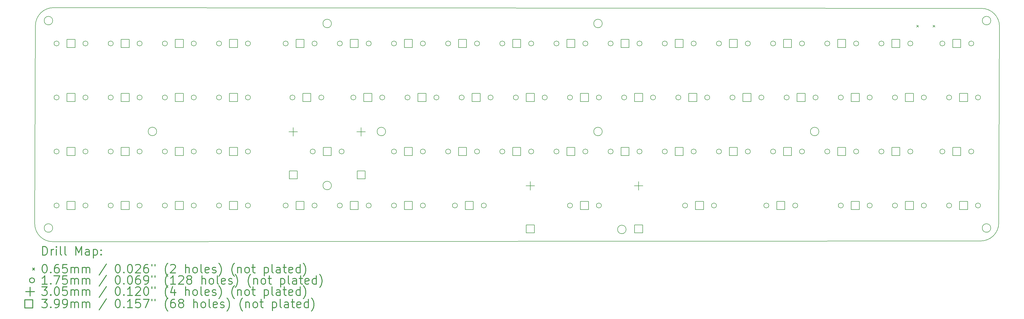
<source format=gbr>
%FSLAX45Y45*%
G04 Gerber Fmt 4.5, Leading zero omitted, Abs format (unit mm)*
G04 Created by KiCad (PCBNEW 5.0.2+dfsg1-1) date Mon 11 May 2020 02:21:16 AM PDT*
%MOMM*%
%LPD*%
G01*
G04 APERTURE LIST*
%ADD10C,0.200000*%
%ADD11C,0.150000*%
%ADD12C,0.300000*%
G04 APERTURE END LIST*
D10*
X7770000Y-12471400D02*
G75*
G03X7770000Y-12471400I-150000J0D01*
G01*
X17295000Y-10566400D02*
G75*
G03X17295000Y-10566400I-150000J0D01*
G01*
X17295000Y-6756400D02*
G75*
G03X17295000Y-6756400I-150000J0D01*
G01*
X1623200Y-10564000D02*
G75*
G03X1623200Y-10564000I-150000J0D01*
G01*
X9675000Y-10566400D02*
G75*
G03X9675000Y-10566400I-150000J0D01*
G01*
X24915000Y-10566400D02*
G75*
G03X24915000Y-10566400I-150000J0D01*
G01*
X7770000Y-6756400D02*
G75*
G03X7770000Y-6756400I-150000J0D01*
G01*
X18133200Y-14020800D02*
G75*
G03X18133200Y-14020800I-150000J0D01*
G01*
X-2034400Y-13970000D02*
G75*
G03X-2034400Y-13970000I-150000J0D01*
G01*
X30960200Y-13970000D02*
G75*
G03X30960200Y-13970000I-150000J0D01*
G01*
X-2034400Y-6654800D02*
G75*
G03X-2034400Y-6654800I-150000J0D01*
G01*
X30962600Y-6654800D02*
G75*
G03X30962600Y-6654800I-150000J0D01*
G01*
D11*
X-2032000Y-14452600D02*
G75*
G02X-2667000Y-13817600I0J635000D01*
G01*
X-2641600Y-6832600D02*
G75*
G02X-2006600Y-6197600I635000J0D01*
G01*
X30632400Y-6223000D02*
G75*
G02X31267400Y-6858000I0J-635000D01*
G01*
X31242000Y-13792200D02*
G75*
G02X30607000Y-14427200I-635000J0D01*
G01*
X-2032000Y-14452600D02*
X30607000Y-14427200D01*
X-2641600Y-6832600D02*
X-2667000Y-13817600D01*
X30632400Y-6223000D02*
X-2006600Y-6197600D01*
X31242000Y-13792200D02*
X31267400Y-6858000D01*
D10*
X28355100Y-6815500D02*
X28420100Y-6880500D01*
X28420100Y-6815500D02*
X28355100Y-6880500D01*
X28933100Y-6815500D02*
X28998100Y-6880500D01*
X28998100Y-6815500D02*
X28933100Y-6880500D01*
X21487000Y-7461250D02*
G75*
G03X21487000Y-7461250I-87500J0D01*
G01*
X22503000Y-7461250D02*
G75*
G03X22503000Y-7461250I-87500J0D01*
G01*
X17677000Y-7461250D02*
G75*
G03X17677000Y-7461250I-87500J0D01*
G01*
X18693000Y-7461250D02*
G75*
G03X18693000Y-7461250I-87500J0D01*
G01*
X-1811150Y-11271250D02*
G75*
G03X-1811150Y-11271250I-87500J0D01*
G01*
X-795150Y-11271250D02*
G75*
G03X-795150Y-11271250I-87500J0D01*
G01*
X29345125Y-11271250D02*
G75*
G03X29345125Y-11271250I-87500J0D01*
G01*
X30361125Y-11271250D02*
G75*
G03X30361125Y-11271250I-87500J0D01*
G01*
X16248250Y-9366250D02*
G75*
G03X16248250Y-9366250I-87500J0D01*
G01*
X17264250Y-9366250D02*
G75*
G03X17264250Y-9366250I-87500J0D01*
G01*
X25773250Y-9366250D02*
G75*
G03X25773250Y-9366250I-87500J0D01*
G01*
X26789250Y-9366250D02*
G75*
G03X26789250Y-9366250I-87500J0D01*
G01*
X19582000Y-11271250D02*
G75*
G03X19582000Y-11271250I-87500J0D01*
G01*
X20598000Y-11271250D02*
G75*
G03X20598000Y-11271250I-87500J0D01*
G01*
X3903850Y-9366250D02*
G75*
G03X3903850Y-9366250I-87500J0D01*
G01*
X4919850Y-9366250D02*
G75*
G03X4919850Y-9366250I-87500J0D01*
G01*
X25297000Y-11271250D02*
G75*
G03X25297000Y-11271250I-87500J0D01*
G01*
X26313000Y-11271250D02*
G75*
G03X26313000Y-11271250I-87500J0D01*
G01*
X27202000Y-11271250D02*
G75*
G03X27202000Y-11271250I-87500J0D01*
G01*
X28218000Y-11271250D02*
G75*
G03X28218000Y-11271250I-87500J0D01*
G01*
X-1811150Y-13176250D02*
G75*
G03X-1811150Y-13176250I-87500J0D01*
G01*
X-795150Y-13176250D02*
G75*
G03X-795150Y-13176250I-87500J0D01*
G01*
X23392000Y-11271250D02*
G75*
G03X23392000Y-11271250I-87500J0D01*
G01*
X24408000Y-11271250D02*
G75*
G03X24408000Y-11271250I-87500J0D01*
G01*
X1998850Y-7461250D02*
G75*
G03X1998850Y-7461250I-87500J0D01*
G01*
X3014850Y-7461250D02*
G75*
G03X3014850Y-7461250I-87500J0D01*
G01*
X17677000Y-11271250D02*
G75*
G03X17677000Y-11271250I-87500J0D01*
G01*
X18693000Y-11271250D02*
G75*
G03X18693000Y-11271250I-87500J0D01*
G01*
X12438250Y-9366250D02*
G75*
G03X12438250Y-9366250I-87500J0D01*
G01*
X13454250Y-9366250D02*
G75*
G03X13454250Y-9366250I-87500J0D01*
G01*
X15772000Y-11271250D02*
G75*
G03X15772000Y-11271250I-87500J0D01*
G01*
X16788000Y-11271250D02*
G75*
G03X16788000Y-11271250I-87500J0D01*
G01*
X6485125Y-9366250D02*
G75*
G03X6485125Y-9366250I-87500J0D01*
G01*
X7501125Y-9366250D02*
G75*
G03X7501125Y-9366250I-87500J0D01*
G01*
X10533250Y-9366250D02*
G75*
G03X10533250Y-9366250I-87500J0D01*
G01*
X11549250Y-9366250D02*
G75*
G03X11549250Y-9366250I-87500J0D01*
G01*
X15772000Y-7461250D02*
G75*
G03X15772000Y-7461250I-87500J0D01*
G01*
X16788000Y-7461250D02*
G75*
G03X16788000Y-7461250I-87500J0D01*
G01*
X93850Y-9366250D02*
G75*
G03X93850Y-9366250I-87500J0D01*
G01*
X1109850Y-9366250D02*
G75*
G03X1109850Y-9366250I-87500J0D01*
G01*
X20058250Y-9366250D02*
G75*
G03X20058250Y-9366250I-87500J0D01*
G01*
X21074250Y-9366250D02*
G75*
G03X21074250Y-9366250I-87500J0D01*
G01*
X20296375Y-13176250D02*
G75*
G03X20296375Y-13176250I-87500J0D01*
G01*
X21312375Y-13176250D02*
G75*
G03X21312375Y-13176250I-87500J0D01*
G01*
X13867000Y-7461250D02*
G75*
G03X13867000Y-7461250I-87500J0D01*
G01*
X14883000Y-7461250D02*
G75*
G03X14883000Y-7461250I-87500J0D01*
G01*
X93850Y-11271250D02*
G75*
G03X93850Y-11271250I-87500J0D01*
G01*
X1109850Y-11271250D02*
G75*
G03X1109850Y-11271250I-87500J0D01*
G01*
X7199500Y-11271250D02*
G75*
G03X7199500Y-11271250I-87500J0D01*
G01*
X8215500Y-11271250D02*
G75*
G03X8215500Y-11271250I-87500J0D01*
G01*
X27202000Y-7461250D02*
G75*
G03X27202000Y-7461250I-87500J0D01*
G01*
X28218000Y-7461250D02*
G75*
G03X28218000Y-7461250I-87500J0D01*
G01*
X29583250Y-13176250D02*
G75*
G03X29583250Y-13176250I-87500J0D01*
G01*
X30599250Y-13176250D02*
G75*
G03X30599250Y-13176250I-87500J0D01*
G01*
X27678250Y-13176250D02*
G75*
G03X27678250Y-13176250I-87500J0D01*
G01*
X28694250Y-13176250D02*
G75*
G03X28694250Y-13176250I-87500J0D01*
G01*
X8152000Y-13176250D02*
G75*
G03X8152000Y-13176250I-87500J0D01*
G01*
X9168000Y-13176250D02*
G75*
G03X9168000Y-13176250I-87500J0D01*
G01*
X1998850Y-13176250D02*
G75*
G03X1998850Y-13176250I-87500J0D01*
G01*
X3014850Y-13176250D02*
G75*
G03X3014850Y-13176250I-87500J0D01*
G01*
X1998850Y-11271250D02*
G75*
G03X1998850Y-11271250I-87500J0D01*
G01*
X3014850Y-11271250D02*
G75*
G03X3014850Y-11271250I-87500J0D01*
G01*
X1998850Y-9366250D02*
G75*
G03X1998850Y-9366250I-87500J0D01*
G01*
X3014850Y-9366250D02*
G75*
G03X3014850Y-9366250I-87500J0D01*
G01*
X11962000Y-7461250D02*
G75*
G03X11962000Y-7461250I-87500J0D01*
G01*
X12978000Y-7461250D02*
G75*
G03X12978000Y-7461250I-87500J0D01*
G01*
X12200125Y-13176250D02*
G75*
G03X12200125Y-13176250I-87500J0D01*
G01*
X13216125Y-13176250D02*
G75*
G03X13216125Y-13176250I-87500J0D01*
G01*
X13867000Y-11271250D02*
G75*
G03X13867000Y-11271250I-87500J0D01*
G01*
X14883000Y-11271250D02*
G75*
G03X14883000Y-11271250I-87500J0D01*
G01*
X14343250Y-9366250D02*
G75*
G03X14343250Y-9366250I-87500J0D01*
G01*
X15359250Y-9366250D02*
G75*
G03X15359250Y-9366250I-87500J0D01*
G01*
X23392000Y-7461250D02*
G75*
G03X23392000Y-7461250I-87500J0D01*
G01*
X24408000Y-7461250D02*
G75*
G03X24408000Y-7461250I-87500J0D01*
G01*
X3903850Y-13176250D02*
G75*
G03X3903850Y-13176250I-87500J0D01*
G01*
X4919850Y-13176250D02*
G75*
G03X4919850Y-13176250I-87500J0D01*
G01*
X3903850Y-11271250D02*
G75*
G03X3903850Y-11271250I-87500J0D01*
G01*
X4919850Y-11271250D02*
G75*
G03X4919850Y-11271250I-87500J0D01*
G01*
X25297000Y-7461250D02*
G75*
G03X25297000Y-7461250I-87500J0D01*
G01*
X26313000Y-7461250D02*
G75*
G03X26313000Y-7461250I-87500J0D01*
G01*
X8628250Y-9366250D02*
G75*
G03X8628250Y-9366250I-87500J0D01*
G01*
X9644250Y-9366250D02*
G75*
G03X9644250Y-9366250I-87500J0D01*
G01*
X8152000Y-7461250D02*
G75*
G03X8152000Y-7461250I-87500J0D01*
G01*
X9168000Y-7461250D02*
G75*
G03X9168000Y-7461250I-87500J0D01*
G01*
X29345125Y-7461250D02*
G75*
G03X29345125Y-7461250I-87500J0D01*
G01*
X30361125Y-7461250D02*
G75*
G03X30361125Y-7461250I-87500J0D01*
G01*
X6247000Y-13176250D02*
G75*
G03X6247000Y-13176250I-87500J0D01*
G01*
X7263000Y-13176250D02*
G75*
G03X7263000Y-13176250I-87500J0D01*
G01*
X29583250Y-9366250D02*
G75*
G03X29583250Y-9366250I-87500J0D01*
G01*
X30599250Y-9366250D02*
G75*
G03X30599250Y-9366250I-87500J0D01*
G01*
X6247000Y-7461250D02*
G75*
G03X6247000Y-7461250I-87500J0D01*
G01*
X7263000Y-7461250D02*
G75*
G03X7263000Y-7461250I-87500J0D01*
G01*
X18153250Y-9366250D02*
G75*
G03X18153250Y-9366250I-87500J0D01*
G01*
X19169250Y-9366250D02*
G75*
G03X19169250Y-9366250I-87500J0D01*
G01*
X10057000Y-11271250D02*
G75*
G03X10057000Y-11271250I-87500J0D01*
G01*
X11073000Y-11271250D02*
G75*
G03X11073000Y-11271250I-87500J0D01*
G01*
X11962000Y-11271250D02*
G75*
G03X11962000Y-11271250I-87500J0D01*
G01*
X12978000Y-11271250D02*
G75*
G03X12978000Y-11271250I-87500J0D01*
G01*
X-1811150Y-9366250D02*
G75*
G03X-1811150Y-9366250I-87500J0D01*
G01*
X-795150Y-9366250D02*
G75*
G03X-795150Y-9366250I-87500J0D01*
G01*
X16248250Y-13176250D02*
G75*
G03X16248250Y-13176250I-87500J0D01*
G01*
X17264250Y-13176250D02*
G75*
G03X17264250Y-13176250I-87500J0D01*
G01*
X19582000Y-7461250D02*
G75*
G03X19582000Y-7461250I-87500J0D01*
G01*
X20598000Y-7461250D02*
G75*
G03X20598000Y-7461250I-87500J0D01*
G01*
X21963250Y-9366250D02*
G75*
G03X21963250Y-9366250I-87500J0D01*
G01*
X22979250Y-9366250D02*
G75*
G03X22979250Y-9366250I-87500J0D01*
G01*
X10057000Y-7461250D02*
G75*
G03X10057000Y-7461250I-87500J0D01*
G01*
X11073000Y-7461250D02*
G75*
G03X11073000Y-7461250I-87500J0D01*
G01*
X23868250Y-9366250D02*
G75*
G03X23868250Y-9366250I-87500J0D01*
G01*
X24884250Y-9366250D02*
G75*
G03X24884250Y-9366250I-87500J0D01*
G01*
X27678250Y-9366250D02*
G75*
G03X27678250Y-9366250I-87500J0D01*
G01*
X28694250Y-9366250D02*
G75*
G03X28694250Y-9366250I-87500J0D01*
G01*
X25773250Y-13176250D02*
G75*
G03X25773250Y-13176250I-87500J0D01*
G01*
X26789250Y-13176250D02*
G75*
G03X26789250Y-13176250I-87500J0D01*
G01*
X93850Y-7461250D02*
G75*
G03X93850Y-7461250I-87500J0D01*
G01*
X1109850Y-7461250D02*
G75*
G03X1109850Y-7461250I-87500J0D01*
G01*
X93850Y-13176250D02*
G75*
G03X93850Y-13176250I-87500J0D01*
G01*
X1109850Y-13176250D02*
G75*
G03X1109850Y-13176250I-87500J0D01*
G01*
X10057000Y-13176250D02*
G75*
G03X10057000Y-13176250I-87500J0D01*
G01*
X11073000Y-13176250D02*
G75*
G03X11073000Y-13176250I-87500J0D01*
G01*
X3903850Y-7461250D02*
G75*
G03X3903850Y-7461250I-87500J0D01*
G01*
X4919850Y-7461250D02*
G75*
G03X4919850Y-7461250I-87500J0D01*
G01*
X23153875Y-13176250D02*
G75*
G03X23153875Y-13176250I-87500J0D01*
G01*
X24169875Y-13176250D02*
G75*
G03X24169875Y-13176250I-87500J0D01*
G01*
X-1811150Y-7461250D02*
G75*
G03X-1811150Y-7461250I-87500J0D01*
G01*
X-795150Y-7461250D02*
G75*
G03X-795150Y-7461250I-87500J0D01*
G01*
X21487000Y-11271250D02*
G75*
G03X21487000Y-11271250I-87500J0D01*
G01*
X22503000Y-11271250D02*
G75*
G03X22503000Y-11271250I-87500J0D01*
G01*
X6426200Y-10420350D02*
X6426200Y-10725150D01*
X6273800Y-10572750D02*
X6578600Y-10572750D01*
X8813800Y-10420350D02*
X8813800Y-10725150D01*
X8661400Y-10572750D02*
X8966200Y-10572750D01*
X14763750Y-12325350D02*
X14763750Y-12630150D01*
X14611350Y-12477750D02*
X14916150Y-12477750D01*
X18573750Y-12325350D02*
X18573750Y-12630150D01*
X18421350Y-12477750D02*
X18726150Y-12477750D01*
X7046616Y-9507241D02*
X7046616Y-9225259D01*
X6764634Y-9225259D01*
X6764634Y-9507241D01*
X7046616Y-9507241D01*
X11094741Y-9507241D02*
X11094741Y-9225259D01*
X10812759Y-9225259D01*
X10812759Y-9507241D01*
X11094741Y-9507241D01*
X16333491Y-7602241D02*
X16333491Y-7320259D01*
X16051509Y-7320259D01*
X16051509Y-7602241D01*
X16333491Y-7602241D01*
X655341Y-9507241D02*
X655341Y-9225259D01*
X373359Y-9225259D01*
X373359Y-9507241D01*
X655341Y-9507241D01*
X20619741Y-9507241D02*
X20619741Y-9225259D01*
X20337759Y-9225259D01*
X20337759Y-9507241D01*
X20619741Y-9507241D01*
X20857866Y-13317241D02*
X20857866Y-13035259D01*
X20575884Y-13035259D01*
X20575884Y-13317241D01*
X20857866Y-13317241D01*
X14428491Y-7602241D02*
X14428491Y-7320259D01*
X14146509Y-7320259D01*
X14146509Y-7602241D01*
X14428491Y-7602241D01*
X655341Y-11412241D02*
X655341Y-11130259D01*
X373359Y-11130259D01*
X373359Y-11412241D01*
X655341Y-11412241D01*
X6567191Y-12237741D02*
X6567191Y-11955759D01*
X6285209Y-11955759D01*
X6285209Y-12237741D01*
X6567191Y-12237741D01*
X7760991Y-11412241D02*
X7760991Y-11130259D01*
X7479009Y-11130259D01*
X7479009Y-11412241D01*
X7760991Y-11412241D01*
X8954791Y-12237741D02*
X8954791Y-11955759D01*
X8672809Y-11955759D01*
X8672809Y-12237741D01*
X8954791Y-12237741D01*
X27763491Y-7602241D02*
X27763491Y-7320259D01*
X27481509Y-7320259D01*
X27481509Y-7602241D01*
X27763491Y-7602241D01*
X30144741Y-13317241D02*
X30144741Y-13035259D01*
X29862759Y-13035259D01*
X29862759Y-13317241D01*
X30144741Y-13317241D01*
X28239741Y-13317241D02*
X28239741Y-13035259D01*
X27957759Y-13035259D01*
X27957759Y-13317241D01*
X28239741Y-13317241D01*
X8713491Y-13317241D02*
X8713491Y-13035259D01*
X8431509Y-13035259D01*
X8431509Y-13317241D01*
X8713491Y-13317241D01*
X2560341Y-13317241D02*
X2560341Y-13035259D01*
X2278359Y-13035259D01*
X2278359Y-13317241D01*
X2560341Y-13317241D01*
X2560341Y-11412241D02*
X2560341Y-11130259D01*
X2278359Y-11130259D01*
X2278359Y-11412241D01*
X2560341Y-11412241D01*
X2560341Y-9507241D02*
X2560341Y-9225259D01*
X2278359Y-9225259D01*
X2278359Y-9507241D01*
X2560341Y-9507241D01*
X12523491Y-7602241D02*
X12523491Y-7320259D01*
X12241509Y-7320259D01*
X12241509Y-7602241D01*
X12523491Y-7602241D01*
X12761616Y-13317241D02*
X12761616Y-13035259D01*
X12479634Y-13035259D01*
X12479634Y-13317241D01*
X12761616Y-13317241D01*
X14428491Y-11412241D02*
X14428491Y-11130259D01*
X14146509Y-11130259D01*
X14146509Y-11412241D01*
X14428491Y-11412241D01*
X14904741Y-9507241D02*
X14904741Y-9225259D01*
X14622759Y-9225259D01*
X14622759Y-9507241D01*
X14904741Y-9507241D01*
X23953491Y-7602241D02*
X23953491Y-7320259D01*
X23671509Y-7320259D01*
X23671509Y-7602241D01*
X23953491Y-7602241D01*
X4465341Y-13317241D02*
X4465341Y-13035259D01*
X4183359Y-13035259D01*
X4183359Y-13317241D01*
X4465341Y-13317241D01*
X4465341Y-11412241D02*
X4465341Y-11130259D01*
X4183359Y-11130259D01*
X4183359Y-11412241D01*
X4465341Y-11412241D01*
X25858491Y-7602241D02*
X25858491Y-7320259D01*
X25576509Y-7320259D01*
X25576509Y-7602241D01*
X25858491Y-7602241D01*
X9189741Y-9507241D02*
X9189741Y-9225259D01*
X8907759Y-9225259D01*
X8907759Y-9507241D01*
X9189741Y-9507241D01*
X8713491Y-7602241D02*
X8713491Y-7320259D01*
X8431509Y-7320259D01*
X8431509Y-7602241D01*
X8713491Y-7602241D01*
X29906616Y-7602241D02*
X29906616Y-7320259D01*
X29624634Y-7320259D01*
X29624634Y-7602241D01*
X29906616Y-7602241D01*
X6808491Y-13317241D02*
X6808491Y-13035259D01*
X6526509Y-13035259D01*
X6526509Y-13317241D01*
X6808491Y-13317241D01*
X30144741Y-9507241D02*
X30144741Y-9225259D01*
X29862759Y-9225259D01*
X29862759Y-9507241D01*
X30144741Y-9507241D01*
X6808491Y-7602241D02*
X6808491Y-7320259D01*
X6526509Y-7320259D01*
X6526509Y-7602241D01*
X6808491Y-7602241D01*
X18714741Y-9507241D02*
X18714741Y-9225259D01*
X18432759Y-9225259D01*
X18432759Y-9507241D01*
X18714741Y-9507241D01*
X10618491Y-11412241D02*
X10618491Y-11130259D01*
X10336509Y-11130259D01*
X10336509Y-11412241D01*
X10618491Y-11412241D01*
X12523491Y-11412241D02*
X12523491Y-11130259D01*
X12241509Y-11130259D01*
X12241509Y-11412241D01*
X12523491Y-11412241D01*
X-1249659Y-9507241D02*
X-1249659Y-9225259D01*
X-1531641Y-9225259D01*
X-1531641Y-9507241D01*
X-1249659Y-9507241D01*
X14904741Y-14142741D02*
X14904741Y-13860759D01*
X14622759Y-13860759D01*
X14622759Y-14142741D01*
X14904741Y-14142741D01*
X16809741Y-13317241D02*
X16809741Y-13035259D01*
X16527759Y-13035259D01*
X16527759Y-13317241D01*
X16809741Y-13317241D01*
X18714741Y-14142741D02*
X18714741Y-13860759D01*
X18432759Y-13860759D01*
X18432759Y-14142741D01*
X18714741Y-14142741D01*
X20143491Y-7602241D02*
X20143491Y-7320259D01*
X19861509Y-7320259D01*
X19861509Y-7602241D01*
X20143491Y-7602241D01*
X22524741Y-9507241D02*
X22524741Y-9225259D01*
X22242759Y-9225259D01*
X22242759Y-9507241D01*
X22524741Y-9507241D01*
X10618491Y-7602241D02*
X10618491Y-7320259D01*
X10336509Y-7320259D01*
X10336509Y-7602241D01*
X10618491Y-7602241D01*
X24429741Y-9507241D02*
X24429741Y-9225259D01*
X24147759Y-9225259D01*
X24147759Y-9507241D01*
X24429741Y-9507241D01*
X28239741Y-9507241D02*
X28239741Y-9225259D01*
X27957759Y-9225259D01*
X27957759Y-9507241D01*
X28239741Y-9507241D01*
X26334741Y-13317241D02*
X26334741Y-13035259D01*
X26052759Y-13035259D01*
X26052759Y-13317241D01*
X26334741Y-13317241D01*
X655341Y-7602241D02*
X655341Y-7320259D01*
X373359Y-7320259D01*
X373359Y-7602241D01*
X655341Y-7602241D01*
X655341Y-13317241D02*
X655341Y-13035259D01*
X373359Y-13035259D01*
X373359Y-13317241D01*
X655341Y-13317241D01*
X10618491Y-13317241D02*
X10618491Y-13035259D01*
X10336509Y-13035259D01*
X10336509Y-13317241D01*
X10618491Y-13317241D01*
X4465341Y-7602241D02*
X4465341Y-7320259D01*
X4183359Y-7320259D01*
X4183359Y-7602241D01*
X4465341Y-7602241D01*
X23715366Y-13317241D02*
X23715366Y-13035259D01*
X23433384Y-13035259D01*
X23433384Y-13317241D01*
X23715366Y-13317241D01*
X-1249659Y-7602241D02*
X-1249659Y-7320259D01*
X-1531641Y-7320259D01*
X-1531641Y-7602241D01*
X-1249659Y-7602241D01*
X22048491Y-11412241D02*
X22048491Y-11130259D01*
X21766509Y-11130259D01*
X21766509Y-11412241D01*
X22048491Y-11412241D01*
X22048491Y-7602241D02*
X22048491Y-7320259D01*
X21766509Y-7320259D01*
X21766509Y-7602241D01*
X22048491Y-7602241D01*
X18238491Y-7602241D02*
X18238491Y-7320259D01*
X17956509Y-7320259D01*
X17956509Y-7602241D01*
X18238491Y-7602241D01*
X-1249659Y-11412241D02*
X-1249659Y-11130259D01*
X-1531641Y-11130259D01*
X-1531641Y-11412241D01*
X-1249659Y-11412241D01*
X29906616Y-11412241D02*
X29906616Y-11130259D01*
X29624634Y-11130259D01*
X29624634Y-11412241D01*
X29906616Y-11412241D01*
X16809741Y-9507241D02*
X16809741Y-9225259D01*
X16527759Y-9225259D01*
X16527759Y-9507241D01*
X16809741Y-9507241D01*
X26334741Y-9507241D02*
X26334741Y-9225259D01*
X26052759Y-9225259D01*
X26052759Y-9507241D01*
X26334741Y-9507241D01*
X20143491Y-11412241D02*
X20143491Y-11130259D01*
X19861509Y-11130259D01*
X19861509Y-11412241D01*
X20143491Y-11412241D01*
X4465341Y-9507241D02*
X4465341Y-9225259D01*
X4183359Y-9225259D01*
X4183359Y-9507241D01*
X4465341Y-9507241D01*
X25858491Y-11412241D02*
X25858491Y-11130259D01*
X25576509Y-11130259D01*
X25576509Y-11412241D01*
X25858491Y-11412241D01*
X27763491Y-11412241D02*
X27763491Y-11130259D01*
X27481509Y-11130259D01*
X27481509Y-11412241D01*
X27763491Y-11412241D01*
X-1249659Y-13317241D02*
X-1249659Y-13035259D01*
X-1531641Y-13035259D01*
X-1531641Y-13317241D01*
X-1249659Y-13317241D01*
X23953491Y-11412241D02*
X23953491Y-11130259D01*
X23671509Y-11130259D01*
X23671509Y-11412241D01*
X23953491Y-11412241D01*
X2560341Y-7602241D02*
X2560341Y-7320259D01*
X2278359Y-7320259D01*
X2278359Y-7602241D01*
X2560341Y-7602241D01*
X18238491Y-11412241D02*
X18238491Y-11130259D01*
X17956509Y-11130259D01*
X17956509Y-11412241D01*
X18238491Y-11412241D01*
X12999741Y-9507241D02*
X12999741Y-9225259D01*
X12717759Y-9225259D01*
X12717759Y-9507241D01*
X12999741Y-9507241D01*
X16333491Y-11412241D02*
X16333491Y-11130259D01*
X16051509Y-11130259D01*
X16051509Y-11412241D01*
X16333491Y-11412241D01*
D12*
X-2388072Y-14925814D02*
X-2388072Y-14625814D01*
X-2316643Y-14625814D01*
X-2273786Y-14640100D01*
X-2245214Y-14668671D01*
X-2230929Y-14697243D01*
X-2216643Y-14754386D01*
X-2216643Y-14797243D01*
X-2230929Y-14854386D01*
X-2245214Y-14882957D01*
X-2273786Y-14911529D01*
X-2316643Y-14925814D01*
X-2388072Y-14925814D01*
X-2088071Y-14925814D02*
X-2088071Y-14725814D01*
X-2088071Y-14782957D02*
X-2073786Y-14754386D01*
X-2059500Y-14740100D01*
X-2030929Y-14725814D01*
X-2002357Y-14725814D01*
X-1902357Y-14925814D02*
X-1902357Y-14725814D01*
X-1902357Y-14625814D02*
X-1916643Y-14640100D01*
X-1902357Y-14654386D01*
X-1888071Y-14640100D01*
X-1902357Y-14625814D01*
X-1902357Y-14654386D01*
X-1716643Y-14925814D02*
X-1745214Y-14911529D01*
X-1759500Y-14882957D01*
X-1759500Y-14625814D01*
X-1559500Y-14925814D02*
X-1588071Y-14911529D01*
X-1602357Y-14882957D01*
X-1602357Y-14625814D01*
X-1216643Y-14925814D02*
X-1216643Y-14625814D01*
X-1116643Y-14840100D01*
X-1016643Y-14625814D01*
X-1016643Y-14925814D01*
X-745214Y-14925814D02*
X-745214Y-14768671D01*
X-759500Y-14740100D01*
X-788071Y-14725814D01*
X-845214Y-14725814D01*
X-873786Y-14740100D01*
X-745214Y-14911529D02*
X-773786Y-14925814D01*
X-845214Y-14925814D01*
X-873786Y-14911529D01*
X-888071Y-14882957D01*
X-888071Y-14854386D01*
X-873786Y-14825814D01*
X-845214Y-14811529D01*
X-773786Y-14811529D01*
X-745214Y-14797243D01*
X-602357Y-14725814D02*
X-602357Y-15025814D01*
X-602357Y-14740100D02*
X-573786Y-14725814D01*
X-516643Y-14725814D01*
X-488071Y-14740100D01*
X-473786Y-14754386D01*
X-459500Y-14782957D01*
X-459500Y-14868671D01*
X-473786Y-14897243D01*
X-488071Y-14911529D01*
X-516643Y-14925814D01*
X-573786Y-14925814D01*
X-602357Y-14911529D01*
X-330929Y-14897243D02*
X-316643Y-14911529D01*
X-330929Y-14925814D01*
X-345214Y-14911529D01*
X-330929Y-14897243D01*
X-330929Y-14925814D01*
X-330929Y-14740100D02*
X-316643Y-14754386D01*
X-330929Y-14768671D01*
X-345214Y-14754386D01*
X-330929Y-14740100D01*
X-330929Y-14768671D01*
X-2739500Y-15387600D02*
X-2674500Y-15452600D01*
X-2674500Y-15387600D02*
X-2739500Y-15452600D01*
X-2330929Y-15255814D02*
X-2302357Y-15255814D01*
X-2273786Y-15270100D01*
X-2259500Y-15284386D01*
X-2245214Y-15312957D01*
X-2230929Y-15370100D01*
X-2230929Y-15441529D01*
X-2245214Y-15498671D01*
X-2259500Y-15527243D01*
X-2273786Y-15541529D01*
X-2302357Y-15555814D01*
X-2330929Y-15555814D01*
X-2359500Y-15541529D01*
X-2373786Y-15527243D01*
X-2388072Y-15498671D01*
X-2402357Y-15441529D01*
X-2402357Y-15370100D01*
X-2388072Y-15312957D01*
X-2373786Y-15284386D01*
X-2359500Y-15270100D01*
X-2330929Y-15255814D01*
X-2102357Y-15527243D02*
X-2088071Y-15541529D01*
X-2102357Y-15555814D01*
X-2116643Y-15541529D01*
X-2102357Y-15527243D01*
X-2102357Y-15555814D01*
X-1830929Y-15255814D02*
X-1888071Y-15255814D01*
X-1916643Y-15270100D01*
X-1930929Y-15284386D01*
X-1959500Y-15327243D01*
X-1973786Y-15384386D01*
X-1973786Y-15498671D01*
X-1959500Y-15527243D01*
X-1945214Y-15541529D01*
X-1916643Y-15555814D01*
X-1859500Y-15555814D01*
X-1830929Y-15541529D01*
X-1816643Y-15527243D01*
X-1802357Y-15498671D01*
X-1802357Y-15427243D01*
X-1816643Y-15398671D01*
X-1830929Y-15384386D01*
X-1859500Y-15370100D01*
X-1916643Y-15370100D01*
X-1945214Y-15384386D01*
X-1959500Y-15398671D01*
X-1973786Y-15427243D01*
X-1530929Y-15255814D02*
X-1673786Y-15255814D01*
X-1688071Y-15398671D01*
X-1673786Y-15384386D01*
X-1645214Y-15370100D01*
X-1573786Y-15370100D01*
X-1545214Y-15384386D01*
X-1530929Y-15398671D01*
X-1516643Y-15427243D01*
X-1516643Y-15498671D01*
X-1530929Y-15527243D01*
X-1545214Y-15541529D01*
X-1573786Y-15555814D01*
X-1645214Y-15555814D01*
X-1673786Y-15541529D01*
X-1688071Y-15527243D01*
X-1388072Y-15555814D02*
X-1388072Y-15355814D01*
X-1388072Y-15384386D02*
X-1373786Y-15370100D01*
X-1345214Y-15355814D01*
X-1302357Y-15355814D01*
X-1273786Y-15370100D01*
X-1259500Y-15398671D01*
X-1259500Y-15555814D01*
X-1259500Y-15398671D02*
X-1245214Y-15370100D01*
X-1216643Y-15355814D01*
X-1173786Y-15355814D01*
X-1145214Y-15370100D01*
X-1130929Y-15398671D01*
X-1130929Y-15555814D01*
X-988071Y-15555814D02*
X-988071Y-15355814D01*
X-988071Y-15384386D02*
X-973786Y-15370100D01*
X-945214Y-15355814D01*
X-902357Y-15355814D01*
X-873786Y-15370100D01*
X-859500Y-15398671D01*
X-859500Y-15555814D01*
X-859500Y-15398671D02*
X-845214Y-15370100D01*
X-816643Y-15355814D01*
X-773786Y-15355814D01*
X-745214Y-15370100D01*
X-730929Y-15398671D01*
X-730929Y-15555814D01*
X-145214Y-15241529D02*
X-402357Y-15627243D01*
X240500Y-15255814D02*
X269071Y-15255814D01*
X297643Y-15270100D01*
X311928Y-15284386D01*
X326214Y-15312957D01*
X340500Y-15370100D01*
X340500Y-15441529D01*
X326214Y-15498671D01*
X311928Y-15527243D01*
X297643Y-15541529D01*
X269071Y-15555814D01*
X240500Y-15555814D01*
X211928Y-15541529D01*
X197643Y-15527243D01*
X183357Y-15498671D01*
X169071Y-15441529D01*
X169071Y-15370100D01*
X183357Y-15312957D01*
X197643Y-15284386D01*
X211928Y-15270100D01*
X240500Y-15255814D01*
X469071Y-15527243D02*
X483357Y-15541529D01*
X469071Y-15555814D01*
X454786Y-15541529D01*
X469071Y-15527243D01*
X469071Y-15555814D01*
X669071Y-15255814D02*
X697643Y-15255814D01*
X726214Y-15270100D01*
X740500Y-15284386D01*
X754786Y-15312957D01*
X769071Y-15370100D01*
X769071Y-15441529D01*
X754786Y-15498671D01*
X740500Y-15527243D01*
X726214Y-15541529D01*
X697643Y-15555814D01*
X669071Y-15555814D01*
X640500Y-15541529D01*
X626214Y-15527243D01*
X611928Y-15498671D01*
X597643Y-15441529D01*
X597643Y-15370100D01*
X611928Y-15312957D01*
X626214Y-15284386D01*
X640500Y-15270100D01*
X669071Y-15255814D01*
X883357Y-15284386D02*
X897643Y-15270100D01*
X926214Y-15255814D01*
X997643Y-15255814D01*
X1026214Y-15270100D01*
X1040500Y-15284386D01*
X1054786Y-15312957D01*
X1054786Y-15341529D01*
X1040500Y-15384386D01*
X869071Y-15555814D01*
X1054786Y-15555814D01*
X1311928Y-15255814D02*
X1254786Y-15255814D01*
X1226214Y-15270100D01*
X1211928Y-15284386D01*
X1183357Y-15327243D01*
X1169071Y-15384386D01*
X1169071Y-15498671D01*
X1183357Y-15527243D01*
X1197643Y-15541529D01*
X1226214Y-15555814D01*
X1283357Y-15555814D01*
X1311928Y-15541529D01*
X1326214Y-15527243D01*
X1340500Y-15498671D01*
X1340500Y-15427243D01*
X1326214Y-15398671D01*
X1311928Y-15384386D01*
X1283357Y-15370100D01*
X1226214Y-15370100D01*
X1197643Y-15384386D01*
X1183357Y-15398671D01*
X1169071Y-15427243D01*
X1454786Y-15255814D02*
X1454786Y-15312957D01*
X1569071Y-15255814D02*
X1569071Y-15312957D01*
X2011928Y-15670100D02*
X1997643Y-15655814D01*
X1969071Y-15612957D01*
X1954786Y-15584386D01*
X1940500Y-15541529D01*
X1926214Y-15470100D01*
X1926214Y-15412957D01*
X1940500Y-15341529D01*
X1954786Y-15298671D01*
X1969071Y-15270100D01*
X1997643Y-15227243D01*
X2011928Y-15212957D01*
X2111928Y-15284386D02*
X2126214Y-15270100D01*
X2154786Y-15255814D01*
X2226214Y-15255814D01*
X2254786Y-15270100D01*
X2269071Y-15284386D01*
X2283357Y-15312957D01*
X2283357Y-15341529D01*
X2269071Y-15384386D01*
X2097643Y-15555814D01*
X2283357Y-15555814D01*
X2640500Y-15555814D02*
X2640500Y-15255814D01*
X2769071Y-15555814D02*
X2769071Y-15398671D01*
X2754786Y-15370100D01*
X2726214Y-15355814D01*
X2683357Y-15355814D01*
X2654786Y-15370100D01*
X2640500Y-15384386D01*
X2954786Y-15555814D02*
X2926214Y-15541529D01*
X2911928Y-15527243D01*
X2897643Y-15498671D01*
X2897643Y-15412957D01*
X2911928Y-15384386D01*
X2926214Y-15370100D01*
X2954786Y-15355814D01*
X2997643Y-15355814D01*
X3026214Y-15370100D01*
X3040500Y-15384386D01*
X3054786Y-15412957D01*
X3054786Y-15498671D01*
X3040500Y-15527243D01*
X3026214Y-15541529D01*
X2997643Y-15555814D01*
X2954786Y-15555814D01*
X3226214Y-15555814D02*
X3197643Y-15541529D01*
X3183357Y-15512957D01*
X3183357Y-15255814D01*
X3454786Y-15541529D02*
X3426214Y-15555814D01*
X3369071Y-15555814D01*
X3340500Y-15541529D01*
X3326214Y-15512957D01*
X3326214Y-15398671D01*
X3340500Y-15370100D01*
X3369071Y-15355814D01*
X3426214Y-15355814D01*
X3454786Y-15370100D01*
X3469071Y-15398671D01*
X3469071Y-15427243D01*
X3326214Y-15455814D01*
X3583357Y-15541529D02*
X3611928Y-15555814D01*
X3669071Y-15555814D01*
X3697643Y-15541529D01*
X3711928Y-15512957D01*
X3711928Y-15498671D01*
X3697643Y-15470100D01*
X3669071Y-15455814D01*
X3626214Y-15455814D01*
X3597643Y-15441529D01*
X3583357Y-15412957D01*
X3583357Y-15398671D01*
X3597643Y-15370100D01*
X3626214Y-15355814D01*
X3669071Y-15355814D01*
X3697643Y-15370100D01*
X3811928Y-15670100D02*
X3826214Y-15655814D01*
X3854786Y-15612957D01*
X3869071Y-15584386D01*
X3883357Y-15541529D01*
X3897643Y-15470100D01*
X3897643Y-15412957D01*
X3883357Y-15341529D01*
X3869071Y-15298671D01*
X3854786Y-15270100D01*
X3826214Y-15227243D01*
X3811928Y-15212957D01*
X4354786Y-15670100D02*
X4340500Y-15655814D01*
X4311928Y-15612957D01*
X4297643Y-15584386D01*
X4283357Y-15541529D01*
X4269071Y-15470100D01*
X4269071Y-15412957D01*
X4283357Y-15341529D01*
X4297643Y-15298671D01*
X4311928Y-15270100D01*
X4340500Y-15227243D01*
X4354786Y-15212957D01*
X4469071Y-15355814D02*
X4469071Y-15555814D01*
X4469071Y-15384386D02*
X4483357Y-15370100D01*
X4511928Y-15355814D01*
X4554786Y-15355814D01*
X4583357Y-15370100D01*
X4597643Y-15398671D01*
X4597643Y-15555814D01*
X4783357Y-15555814D02*
X4754786Y-15541529D01*
X4740500Y-15527243D01*
X4726214Y-15498671D01*
X4726214Y-15412957D01*
X4740500Y-15384386D01*
X4754786Y-15370100D01*
X4783357Y-15355814D01*
X4826214Y-15355814D01*
X4854786Y-15370100D01*
X4869071Y-15384386D01*
X4883357Y-15412957D01*
X4883357Y-15498671D01*
X4869071Y-15527243D01*
X4854786Y-15541529D01*
X4826214Y-15555814D01*
X4783357Y-15555814D01*
X4969071Y-15355814D02*
X5083357Y-15355814D01*
X5011928Y-15255814D02*
X5011928Y-15512957D01*
X5026214Y-15541529D01*
X5054786Y-15555814D01*
X5083357Y-15555814D01*
X5411928Y-15355814D02*
X5411928Y-15655814D01*
X5411928Y-15370100D02*
X5440500Y-15355814D01*
X5497643Y-15355814D01*
X5526214Y-15370100D01*
X5540500Y-15384386D01*
X5554786Y-15412957D01*
X5554786Y-15498671D01*
X5540500Y-15527243D01*
X5526214Y-15541529D01*
X5497643Y-15555814D01*
X5440500Y-15555814D01*
X5411928Y-15541529D01*
X5726214Y-15555814D02*
X5697643Y-15541529D01*
X5683357Y-15512957D01*
X5683357Y-15255814D01*
X5969071Y-15555814D02*
X5969071Y-15398671D01*
X5954786Y-15370100D01*
X5926214Y-15355814D01*
X5869071Y-15355814D01*
X5840500Y-15370100D01*
X5969071Y-15541529D02*
X5940500Y-15555814D01*
X5869071Y-15555814D01*
X5840500Y-15541529D01*
X5826214Y-15512957D01*
X5826214Y-15484386D01*
X5840500Y-15455814D01*
X5869071Y-15441529D01*
X5940500Y-15441529D01*
X5969071Y-15427243D01*
X6069071Y-15355814D02*
X6183357Y-15355814D01*
X6111928Y-15255814D02*
X6111928Y-15512957D01*
X6126214Y-15541529D01*
X6154786Y-15555814D01*
X6183357Y-15555814D01*
X6397643Y-15541529D02*
X6369071Y-15555814D01*
X6311928Y-15555814D01*
X6283357Y-15541529D01*
X6269071Y-15512957D01*
X6269071Y-15398671D01*
X6283357Y-15370100D01*
X6311928Y-15355814D01*
X6369071Y-15355814D01*
X6397643Y-15370100D01*
X6411928Y-15398671D01*
X6411928Y-15427243D01*
X6269071Y-15455814D01*
X6669071Y-15555814D02*
X6669071Y-15255814D01*
X6669071Y-15541529D02*
X6640500Y-15555814D01*
X6583357Y-15555814D01*
X6554786Y-15541529D01*
X6540500Y-15527243D01*
X6526214Y-15498671D01*
X6526214Y-15412957D01*
X6540500Y-15384386D01*
X6554786Y-15370100D01*
X6583357Y-15355814D01*
X6640500Y-15355814D01*
X6669071Y-15370100D01*
X6783357Y-15670100D02*
X6797643Y-15655814D01*
X6826214Y-15612957D01*
X6840500Y-15584386D01*
X6854786Y-15541529D01*
X6869071Y-15470100D01*
X6869071Y-15412957D01*
X6854786Y-15341529D01*
X6840500Y-15298671D01*
X6826214Y-15270100D01*
X6797643Y-15227243D01*
X6783357Y-15212957D01*
X-2674500Y-15816100D02*
G75*
G03X-2674500Y-15816100I-87500J0D01*
G01*
X-2230929Y-15951814D02*
X-2402357Y-15951814D01*
X-2316643Y-15951814D02*
X-2316643Y-15651814D01*
X-2345214Y-15694671D01*
X-2373786Y-15723243D01*
X-2402357Y-15737529D01*
X-2102357Y-15923243D02*
X-2088071Y-15937529D01*
X-2102357Y-15951814D01*
X-2116643Y-15937529D01*
X-2102357Y-15923243D01*
X-2102357Y-15951814D01*
X-1988071Y-15651814D02*
X-1788071Y-15651814D01*
X-1916643Y-15951814D01*
X-1530929Y-15651814D02*
X-1673786Y-15651814D01*
X-1688071Y-15794671D01*
X-1673786Y-15780386D01*
X-1645214Y-15766100D01*
X-1573786Y-15766100D01*
X-1545214Y-15780386D01*
X-1530929Y-15794671D01*
X-1516643Y-15823243D01*
X-1516643Y-15894671D01*
X-1530929Y-15923243D01*
X-1545214Y-15937529D01*
X-1573786Y-15951814D01*
X-1645214Y-15951814D01*
X-1673786Y-15937529D01*
X-1688071Y-15923243D01*
X-1388072Y-15951814D02*
X-1388072Y-15751814D01*
X-1388072Y-15780386D02*
X-1373786Y-15766100D01*
X-1345214Y-15751814D01*
X-1302357Y-15751814D01*
X-1273786Y-15766100D01*
X-1259500Y-15794671D01*
X-1259500Y-15951814D01*
X-1259500Y-15794671D02*
X-1245214Y-15766100D01*
X-1216643Y-15751814D01*
X-1173786Y-15751814D01*
X-1145214Y-15766100D01*
X-1130929Y-15794671D01*
X-1130929Y-15951814D01*
X-988071Y-15951814D02*
X-988071Y-15751814D01*
X-988071Y-15780386D02*
X-973786Y-15766100D01*
X-945214Y-15751814D01*
X-902357Y-15751814D01*
X-873786Y-15766100D01*
X-859500Y-15794671D01*
X-859500Y-15951814D01*
X-859500Y-15794671D02*
X-845214Y-15766100D01*
X-816643Y-15751814D01*
X-773786Y-15751814D01*
X-745214Y-15766100D01*
X-730929Y-15794671D01*
X-730929Y-15951814D01*
X-145214Y-15637529D02*
X-402357Y-16023243D01*
X240500Y-15651814D02*
X269071Y-15651814D01*
X297643Y-15666100D01*
X311928Y-15680386D01*
X326214Y-15708957D01*
X340500Y-15766100D01*
X340500Y-15837529D01*
X326214Y-15894671D01*
X311928Y-15923243D01*
X297643Y-15937529D01*
X269071Y-15951814D01*
X240500Y-15951814D01*
X211928Y-15937529D01*
X197643Y-15923243D01*
X183357Y-15894671D01*
X169071Y-15837529D01*
X169071Y-15766100D01*
X183357Y-15708957D01*
X197643Y-15680386D01*
X211928Y-15666100D01*
X240500Y-15651814D01*
X469071Y-15923243D02*
X483357Y-15937529D01*
X469071Y-15951814D01*
X454786Y-15937529D01*
X469071Y-15923243D01*
X469071Y-15951814D01*
X669071Y-15651814D02*
X697643Y-15651814D01*
X726214Y-15666100D01*
X740500Y-15680386D01*
X754786Y-15708957D01*
X769071Y-15766100D01*
X769071Y-15837529D01*
X754786Y-15894671D01*
X740500Y-15923243D01*
X726214Y-15937529D01*
X697643Y-15951814D01*
X669071Y-15951814D01*
X640500Y-15937529D01*
X626214Y-15923243D01*
X611928Y-15894671D01*
X597643Y-15837529D01*
X597643Y-15766100D01*
X611928Y-15708957D01*
X626214Y-15680386D01*
X640500Y-15666100D01*
X669071Y-15651814D01*
X1026214Y-15651814D02*
X969071Y-15651814D01*
X940500Y-15666100D01*
X926214Y-15680386D01*
X897643Y-15723243D01*
X883357Y-15780386D01*
X883357Y-15894671D01*
X897643Y-15923243D01*
X911928Y-15937529D01*
X940500Y-15951814D01*
X997643Y-15951814D01*
X1026214Y-15937529D01*
X1040500Y-15923243D01*
X1054786Y-15894671D01*
X1054786Y-15823243D01*
X1040500Y-15794671D01*
X1026214Y-15780386D01*
X997643Y-15766100D01*
X940500Y-15766100D01*
X911928Y-15780386D01*
X897643Y-15794671D01*
X883357Y-15823243D01*
X1197643Y-15951814D02*
X1254786Y-15951814D01*
X1283357Y-15937529D01*
X1297643Y-15923243D01*
X1326214Y-15880386D01*
X1340500Y-15823243D01*
X1340500Y-15708957D01*
X1326214Y-15680386D01*
X1311928Y-15666100D01*
X1283357Y-15651814D01*
X1226214Y-15651814D01*
X1197643Y-15666100D01*
X1183357Y-15680386D01*
X1169071Y-15708957D01*
X1169071Y-15780386D01*
X1183357Y-15808957D01*
X1197643Y-15823243D01*
X1226214Y-15837529D01*
X1283357Y-15837529D01*
X1311928Y-15823243D01*
X1326214Y-15808957D01*
X1340500Y-15780386D01*
X1454786Y-15651814D02*
X1454786Y-15708957D01*
X1569071Y-15651814D02*
X1569071Y-15708957D01*
X2011928Y-16066100D02*
X1997643Y-16051814D01*
X1969071Y-16008957D01*
X1954786Y-15980386D01*
X1940500Y-15937529D01*
X1926214Y-15866100D01*
X1926214Y-15808957D01*
X1940500Y-15737529D01*
X1954786Y-15694671D01*
X1969071Y-15666100D01*
X1997643Y-15623243D01*
X2011928Y-15608957D01*
X2283357Y-15951814D02*
X2111928Y-15951814D01*
X2197643Y-15951814D02*
X2197643Y-15651814D01*
X2169071Y-15694671D01*
X2140500Y-15723243D01*
X2111928Y-15737529D01*
X2397643Y-15680386D02*
X2411928Y-15666100D01*
X2440500Y-15651814D01*
X2511928Y-15651814D01*
X2540500Y-15666100D01*
X2554786Y-15680386D01*
X2569071Y-15708957D01*
X2569071Y-15737529D01*
X2554786Y-15780386D01*
X2383357Y-15951814D01*
X2569071Y-15951814D01*
X2740500Y-15780386D02*
X2711928Y-15766100D01*
X2697643Y-15751814D01*
X2683357Y-15723243D01*
X2683357Y-15708957D01*
X2697643Y-15680386D01*
X2711928Y-15666100D01*
X2740500Y-15651814D01*
X2797643Y-15651814D01*
X2826214Y-15666100D01*
X2840500Y-15680386D01*
X2854786Y-15708957D01*
X2854786Y-15723243D01*
X2840500Y-15751814D01*
X2826214Y-15766100D01*
X2797643Y-15780386D01*
X2740500Y-15780386D01*
X2711928Y-15794671D01*
X2697643Y-15808957D01*
X2683357Y-15837529D01*
X2683357Y-15894671D01*
X2697643Y-15923243D01*
X2711928Y-15937529D01*
X2740500Y-15951814D01*
X2797643Y-15951814D01*
X2826214Y-15937529D01*
X2840500Y-15923243D01*
X2854786Y-15894671D01*
X2854786Y-15837529D01*
X2840500Y-15808957D01*
X2826214Y-15794671D01*
X2797643Y-15780386D01*
X3211928Y-15951814D02*
X3211928Y-15651814D01*
X3340500Y-15951814D02*
X3340500Y-15794671D01*
X3326214Y-15766100D01*
X3297643Y-15751814D01*
X3254786Y-15751814D01*
X3226214Y-15766100D01*
X3211928Y-15780386D01*
X3526214Y-15951814D02*
X3497643Y-15937529D01*
X3483357Y-15923243D01*
X3469071Y-15894671D01*
X3469071Y-15808957D01*
X3483357Y-15780386D01*
X3497643Y-15766100D01*
X3526214Y-15751814D01*
X3569071Y-15751814D01*
X3597643Y-15766100D01*
X3611928Y-15780386D01*
X3626214Y-15808957D01*
X3626214Y-15894671D01*
X3611928Y-15923243D01*
X3597643Y-15937529D01*
X3569071Y-15951814D01*
X3526214Y-15951814D01*
X3797643Y-15951814D02*
X3769071Y-15937529D01*
X3754786Y-15908957D01*
X3754786Y-15651814D01*
X4026214Y-15937529D02*
X3997643Y-15951814D01*
X3940500Y-15951814D01*
X3911928Y-15937529D01*
X3897643Y-15908957D01*
X3897643Y-15794671D01*
X3911928Y-15766100D01*
X3940500Y-15751814D01*
X3997643Y-15751814D01*
X4026214Y-15766100D01*
X4040500Y-15794671D01*
X4040500Y-15823243D01*
X3897643Y-15851814D01*
X4154786Y-15937529D02*
X4183357Y-15951814D01*
X4240500Y-15951814D01*
X4269071Y-15937529D01*
X4283357Y-15908957D01*
X4283357Y-15894671D01*
X4269071Y-15866100D01*
X4240500Y-15851814D01*
X4197643Y-15851814D01*
X4169071Y-15837529D01*
X4154786Y-15808957D01*
X4154786Y-15794671D01*
X4169071Y-15766100D01*
X4197643Y-15751814D01*
X4240500Y-15751814D01*
X4269071Y-15766100D01*
X4383357Y-16066100D02*
X4397643Y-16051814D01*
X4426214Y-16008957D01*
X4440500Y-15980386D01*
X4454786Y-15937529D01*
X4469071Y-15866100D01*
X4469071Y-15808957D01*
X4454786Y-15737529D01*
X4440500Y-15694671D01*
X4426214Y-15666100D01*
X4397643Y-15623243D01*
X4383357Y-15608957D01*
X4926214Y-16066100D02*
X4911928Y-16051814D01*
X4883357Y-16008957D01*
X4869071Y-15980386D01*
X4854786Y-15937529D01*
X4840500Y-15866100D01*
X4840500Y-15808957D01*
X4854786Y-15737529D01*
X4869071Y-15694671D01*
X4883357Y-15666100D01*
X4911928Y-15623243D01*
X4926214Y-15608957D01*
X5040500Y-15751814D02*
X5040500Y-15951814D01*
X5040500Y-15780386D02*
X5054786Y-15766100D01*
X5083357Y-15751814D01*
X5126214Y-15751814D01*
X5154786Y-15766100D01*
X5169071Y-15794671D01*
X5169071Y-15951814D01*
X5354786Y-15951814D02*
X5326214Y-15937529D01*
X5311928Y-15923243D01*
X5297643Y-15894671D01*
X5297643Y-15808957D01*
X5311928Y-15780386D01*
X5326214Y-15766100D01*
X5354786Y-15751814D01*
X5397643Y-15751814D01*
X5426214Y-15766100D01*
X5440500Y-15780386D01*
X5454786Y-15808957D01*
X5454786Y-15894671D01*
X5440500Y-15923243D01*
X5426214Y-15937529D01*
X5397643Y-15951814D01*
X5354786Y-15951814D01*
X5540500Y-15751814D02*
X5654786Y-15751814D01*
X5583357Y-15651814D02*
X5583357Y-15908957D01*
X5597643Y-15937529D01*
X5626214Y-15951814D01*
X5654786Y-15951814D01*
X5983357Y-15751814D02*
X5983357Y-16051814D01*
X5983357Y-15766100D02*
X6011928Y-15751814D01*
X6069071Y-15751814D01*
X6097643Y-15766100D01*
X6111928Y-15780386D01*
X6126214Y-15808957D01*
X6126214Y-15894671D01*
X6111928Y-15923243D01*
X6097643Y-15937529D01*
X6069071Y-15951814D01*
X6011928Y-15951814D01*
X5983357Y-15937529D01*
X6297643Y-15951814D02*
X6269071Y-15937529D01*
X6254786Y-15908957D01*
X6254786Y-15651814D01*
X6540500Y-15951814D02*
X6540500Y-15794671D01*
X6526214Y-15766100D01*
X6497643Y-15751814D01*
X6440500Y-15751814D01*
X6411928Y-15766100D01*
X6540500Y-15937529D02*
X6511928Y-15951814D01*
X6440500Y-15951814D01*
X6411928Y-15937529D01*
X6397643Y-15908957D01*
X6397643Y-15880386D01*
X6411928Y-15851814D01*
X6440500Y-15837529D01*
X6511928Y-15837529D01*
X6540500Y-15823243D01*
X6640500Y-15751814D02*
X6754786Y-15751814D01*
X6683357Y-15651814D02*
X6683357Y-15908957D01*
X6697643Y-15937529D01*
X6726214Y-15951814D01*
X6754786Y-15951814D01*
X6969071Y-15937529D02*
X6940500Y-15951814D01*
X6883357Y-15951814D01*
X6854786Y-15937529D01*
X6840500Y-15908957D01*
X6840500Y-15794671D01*
X6854786Y-15766100D01*
X6883357Y-15751814D01*
X6940500Y-15751814D01*
X6969071Y-15766100D01*
X6983357Y-15794671D01*
X6983357Y-15823243D01*
X6840500Y-15851814D01*
X7240500Y-15951814D02*
X7240500Y-15651814D01*
X7240500Y-15937529D02*
X7211928Y-15951814D01*
X7154786Y-15951814D01*
X7126214Y-15937529D01*
X7111928Y-15923243D01*
X7097643Y-15894671D01*
X7097643Y-15808957D01*
X7111928Y-15780386D01*
X7126214Y-15766100D01*
X7154786Y-15751814D01*
X7211928Y-15751814D01*
X7240500Y-15766100D01*
X7354786Y-16066100D02*
X7369071Y-16051814D01*
X7397643Y-16008957D01*
X7411928Y-15980386D01*
X7426214Y-15937529D01*
X7440500Y-15866100D01*
X7440500Y-15808957D01*
X7426214Y-15737529D01*
X7411928Y-15694671D01*
X7397643Y-15666100D01*
X7369071Y-15623243D01*
X7354786Y-15608957D01*
X-2826900Y-16059700D02*
X-2826900Y-16364500D01*
X-2979300Y-16212100D02*
X-2674500Y-16212100D01*
X-2416643Y-16047814D02*
X-2230929Y-16047814D01*
X-2330929Y-16162100D01*
X-2288072Y-16162100D01*
X-2259500Y-16176386D01*
X-2245214Y-16190671D01*
X-2230929Y-16219243D01*
X-2230929Y-16290671D01*
X-2245214Y-16319243D01*
X-2259500Y-16333529D01*
X-2288072Y-16347814D01*
X-2373786Y-16347814D01*
X-2402357Y-16333529D01*
X-2416643Y-16319243D01*
X-2102357Y-16319243D02*
X-2088071Y-16333529D01*
X-2102357Y-16347814D01*
X-2116643Y-16333529D01*
X-2102357Y-16319243D01*
X-2102357Y-16347814D01*
X-1902357Y-16047814D02*
X-1873786Y-16047814D01*
X-1845214Y-16062100D01*
X-1830929Y-16076386D01*
X-1816643Y-16104957D01*
X-1802357Y-16162100D01*
X-1802357Y-16233529D01*
X-1816643Y-16290671D01*
X-1830929Y-16319243D01*
X-1845214Y-16333529D01*
X-1873786Y-16347814D01*
X-1902357Y-16347814D01*
X-1930929Y-16333529D01*
X-1945214Y-16319243D01*
X-1959500Y-16290671D01*
X-1973786Y-16233529D01*
X-1973786Y-16162100D01*
X-1959500Y-16104957D01*
X-1945214Y-16076386D01*
X-1930929Y-16062100D01*
X-1902357Y-16047814D01*
X-1530929Y-16047814D02*
X-1673786Y-16047814D01*
X-1688071Y-16190671D01*
X-1673786Y-16176386D01*
X-1645214Y-16162100D01*
X-1573786Y-16162100D01*
X-1545214Y-16176386D01*
X-1530929Y-16190671D01*
X-1516643Y-16219243D01*
X-1516643Y-16290671D01*
X-1530929Y-16319243D01*
X-1545214Y-16333529D01*
X-1573786Y-16347814D01*
X-1645214Y-16347814D01*
X-1673786Y-16333529D01*
X-1688071Y-16319243D01*
X-1388072Y-16347814D02*
X-1388072Y-16147814D01*
X-1388072Y-16176386D02*
X-1373786Y-16162100D01*
X-1345214Y-16147814D01*
X-1302357Y-16147814D01*
X-1273786Y-16162100D01*
X-1259500Y-16190671D01*
X-1259500Y-16347814D01*
X-1259500Y-16190671D02*
X-1245214Y-16162100D01*
X-1216643Y-16147814D01*
X-1173786Y-16147814D01*
X-1145214Y-16162100D01*
X-1130929Y-16190671D01*
X-1130929Y-16347814D01*
X-988071Y-16347814D02*
X-988071Y-16147814D01*
X-988071Y-16176386D02*
X-973786Y-16162100D01*
X-945214Y-16147814D01*
X-902357Y-16147814D01*
X-873786Y-16162100D01*
X-859500Y-16190671D01*
X-859500Y-16347814D01*
X-859500Y-16190671D02*
X-845214Y-16162100D01*
X-816643Y-16147814D01*
X-773786Y-16147814D01*
X-745214Y-16162100D01*
X-730929Y-16190671D01*
X-730929Y-16347814D01*
X-145214Y-16033529D02*
X-402357Y-16419243D01*
X240500Y-16047814D02*
X269071Y-16047814D01*
X297643Y-16062100D01*
X311928Y-16076386D01*
X326214Y-16104957D01*
X340500Y-16162100D01*
X340500Y-16233529D01*
X326214Y-16290671D01*
X311928Y-16319243D01*
X297643Y-16333529D01*
X269071Y-16347814D01*
X240500Y-16347814D01*
X211928Y-16333529D01*
X197643Y-16319243D01*
X183357Y-16290671D01*
X169071Y-16233529D01*
X169071Y-16162100D01*
X183357Y-16104957D01*
X197643Y-16076386D01*
X211928Y-16062100D01*
X240500Y-16047814D01*
X469071Y-16319243D02*
X483357Y-16333529D01*
X469071Y-16347814D01*
X454786Y-16333529D01*
X469071Y-16319243D01*
X469071Y-16347814D01*
X769071Y-16347814D02*
X597643Y-16347814D01*
X683357Y-16347814D02*
X683357Y-16047814D01*
X654786Y-16090671D01*
X626214Y-16119243D01*
X597643Y-16133529D01*
X883357Y-16076386D02*
X897643Y-16062100D01*
X926214Y-16047814D01*
X997643Y-16047814D01*
X1026214Y-16062100D01*
X1040500Y-16076386D01*
X1054786Y-16104957D01*
X1054786Y-16133529D01*
X1040500Y-16176386D01*
X869071Y-16347814D01*
X1054786Y-16347814D01*
X1240500Y-16047814D02*
X1269071Y-16047814D01*
X1297643Y-16062100D01*
X1311928Y-16076386D01*
X1326214Y-16104957D01*
X1340500Y-16162100D01*
X1340500Y-16233529D01*
X1326214Y-16290671D01*
X1311928Y-16319243D01*
X1297643Y-16333529D01*
X1269071Y-16347814D01*
X1240500Y-16347814D01*
X1211928Y-16333529D01*
X1197643Y-16319243D01*
X1183357Y-16290671D01*
X1169071Y-16233529D01*
X1169071Y-16162100D01*
X1183357Y-16104957D01*
X1197643Y-16076386D01*
X1211928Y-16062100D01*
X1240500Y-16047814D01*
X1454786Y-16047814D02*
X1454786Y-16104957D01*
X1569071Y-16047814D02*
X1569071Y-16104957D01*
X2011928Y-16462100D02*
X1997643Y-16447814D01*
X1969071Y-16404957D01*
X1954786Y-16376386D01*
X1940500Y-16333529D01*
X1926214Y-16262100D01*
X1926214Y-16204957D01*
X1940500Y-16133529D01*
X1954786Y-16090671D01*
X1969071Y-16062100D01*
X1997643Y-16019243D01*
X2011928Y-16004957D01*
X2254786Y-16147814D02*
X2254786Y-16347814D01*
X2183357Y-16033529D02*
X2111928Y-16247814D01*
X2297643Y-16247814D01*
X2640500Y-16347814D02*
X2640500Y-16047814D01*
X2769071Y-16347814D02*
X2769071Y-16190671D01*
X2754786Y-16162100D01*
X2726214Y-16147814D01*
X2683357Y-16147814D01*
X2654786Y-16162100D01*
X2640500Y-16176386D01*
X2954786Y-16347814D02*
X2926214Y-16333529D01*
X2911928Y-16319243D01*
X2897643Y-16290671D01*
X2897643Y-16204957D01*
X2911928Y-16176386D01*
X2926214Y-16162100D01*
X2954786Y-16147814D01*
X2997643Y-16147814D01*
X3026214Y-16162100D01*
X3040500Y-16176386D01*
X3054786Y-16204957D01*
X3054786Y-16290671D01*
X3040500Y-16319243D01*
X3026214Y-16333529D01*
X2997643Y-16347814D01*
X2954786Y-16347814D01*
X3226214Y-16347814D02*
X3197643Y-16333529D01*
X3183357Y-16304957D01*
X3183357Y-16047814D01*
X3454786Y-16333529D02*
X3426214Y-16347814D01*
X3369071Y-16347814D01*
X3340500Y-16333529D01*
X3326214Y-16304957D01*
X3326214Y-16190671D01*
X3340500Y-16162100D01*
X3369071Y-16147814D01*
X3426214Y-16147814D01*
X3454786Y-16162100D01*
X3469071Y-16190671D01*
X3469071Y-16219243D01*
X3326214Y-16247814D01*
X3583357Y-16333529D02*
X3611928Y-16347814D01*
X3669071Y-16347814D01*
X3697643Y-16333529D01*
X3711928Y-16304957D01*
X3711928Y-16290671D01*
X3697643Y-16262100D01*
X3669071Y-16247814D01*
X3626214Y-16247814D01*
X3597643Y-16233529D01*
X3583357Y-16204957D01*
X3583357Y-16190671D01*
X3597643Y-16162100D01*
X3626214Y-16147814D01*
X3669071Y-16147814D01*
X3697643Y-16162100D01*
X3811928Y-16462100D02*
X3826214Y-16447814D01*
X3854786Y-16404957D01*
X3869071Y-16376386D01*
X3883357Y-16333529D01*
X3897643Y-16262100D01*
X3897643Y-16204957D01*
X3883357Y-16133529D01*
X3869071Y-16090671D01*
X3854786Y-16062100D01*
X3826214Y-16019243D01*
X3811928Y-16004957D01*
X4354786Y-16462100D02*
X4340500Y-16447814D01*
X4311928Y-16404957D01*
X4297643Y-16376386D01*
X4283357Y-16333529D01*
X4269071Y-16262100D01*
X4269071Y-16204957D01*
X4283357Y-16133529D01*
X4297643Y-16090671D01*
X4311928Y-16062100D01*
X4340500Y-16019243D01*
X4354786Y-16004957D01*
X4469071Y-16147814D02*
X4469071Y-16347814D01*
X4469071Y-16176386D02*
X4483357Y-16162100D01*
X4511928Y-16147814D01*
X4554786Y-16147814D01*
X4583357Y-16162100D01*
X4597643Y-16190671D01*
X4597643Y-16347814D01*
X4783357Y-16347814D02*
X4754786Y-16333529D01*
X4740500Y-16319243D01*
X4726214Y-16290671D01*
X4726214Y-16204957D01*
X4740500Y-16176386D01*
X4754786Y-16162100D01*
X4783357Y-16147814D01*
X4826214Y-16147814D01*
X4854786Y-16162100D01*
X4869071Y-16176386D01*
X4883357Y-16204957D01*
X4883357Y-16290671D01*
X4869071Y-16319243D01*
X4854786Y-16333529D01*
X4826214Y-16347814D01*
X4783357Y-16347814D01*
X4969071Y-16147814D02*
X5083357Y-16147814D01*
X5011928Y-16047814D02*
X5011928Y-16304957D01*
X5026214Y-16333529D01*
X5054786Y-16347814D01*
X5083357Y-16347814D01*
X5411928Y-16147814D02*
X5411928Y-16447814D01*
X5411928Y-16162100D02*
X5440500Y-16147814D01*
X5497643Y-16147814D01*
X5526214Y-16162100D01*
X5540500Y-16176386D01*
X5554786Y-16204957D01*
X5554786Y-16290671D01*
X5540500Y-16319243D01*
X5526214Y-16333529D01*
X5497643Y-16347814D01*
X5440500Y-16347814D01*
X5411928Y-16333529D01*
X5726214Y-16347814D02*
X5697643Y-16333529D01*
X5683357Y-16304957D01*
X5683357Y-16047814D01*
X5969071Y-16347814D02*
X5969071Y-16190671D01*
X5954786Y-16162100D01*
X5926214Y-16147814D01*
X5869071Y-16147814D01*
X5840500Y-16162100D01*
X5969071Y-16333529D02*
X5940500Y-16347814D01*
X5869071Y-16347814D01*
X5840500Y-16333529D01*
X5826214Y-16304957D01*
X5826214Y-16276386D01*
X5840500Y-16247814D01*
X5869071Y-16233529D01*
X5940500Y-16233529D01*
X5969071Y-16219243D01*
X6069071Y-16147814D02*
X6183357Y-16147814D01*
X6111928Y-16047814D02*
X6111928Y-16304957D01*
X6126214Y-16333529D01*
X6154786Y-16347814D01*
X6183357Y-16347814D01*
X6397643Y-16333529D02*
X6369071Y-16347814D01*
X6311928Y-16347814D01*
X6283357Y-16333529D01*
X6269071Y-16304957D01*
X6269071Y-16190671D01*
X6283357Y-16162100D01*
X6311928Y-16147814D01*
X6369071Y-16147814D01*
X6397643Y-16162100D01*
X6411928Y-16190671D01*
X6411928Y-16219243D01*
X6269071Y-16247814D01*
X6669071Y-16347814D02*
X6669071Y-16047814D01*
X6669071Y-16333529D02*
X6640500Y-16347814D01*
X6583357Y-16347814D01*
X6554786Y-16333529D01*
X6540500Y-16319243D01*
X6526214Y-16290671D01*
X6526214Y-16204957D01*
X6540500Y-16176386D01*
X6554786Y-16162100D01*
X6583357Y-16147814D01*
X6640500Y-16147814D01*
X6669071Y-16162100D01*
X6783357Y-16462100D02*
X6797643Y-16447814D01*
X6826214Y-16404957D01*
X6840500Y-16376386D01*
X6854786Y-16333529D01*
X6869071Y-16262100D01*
X6869071Y-16204957D01*
X6854786Y-16133529D01*
X6840500Y-16090671D01*
X6826214Y-16062100D01*
X6797643Y-16019243D01*
X6783357Y-16004957D01*
X-2732899Y-16787892D02*
X-2732899Y-16505909D01*
X-3014881Y-16505909D01*
X-3014881Y-16787892D01*
X-2732899Y-16787892D01*
X-2416643Y-16482614D02*
X-2230929Y-16482614D01*
X-2330929Y-16596900D01*
X-2288072Y-16596900D01*
X-2259500Y-16611186D01*
X-2245214Y-16625471D01*
X-2230929Y-16654043D01*
X-2230929Y-16725471D01*
X-2245214Y-16754043D01*
X-2259500Y-16768329D01*
X-2288072Y-16782614D01*
X-2373786Y-16782614D01*
X-2402357Y-16768329D01*
X-2416643Y-16754043D01*
X-2102357Y-16754043D02*
X-2088071Y-16768329D01*
X-2102357Y-16782614D01*
X-2116643Y-16768329D01*
X-2102357Y-16754043D01*
X-2102357Y-16782614D01*
X-1945214Y-16782614D02*
X-1888071Y-16782614D01*
X-1859500Y-16768329D01*
X-1845214Y-16754043D01*
X-1816643Y-16711186D01*
X-1802357Y-16654043D01*
X-1802357Y-16539757D01*
X-1816643Y-16511186D01*
X-1830929Y-16496900D01*
X-1859500Y-16482614D01*
X-1916643Y-16482614D01*
X-1945214Y-16496900D01*
X-1959500Y-16511186D01*
X-1973786Y-16539757D01*
X-1973786Y-16611186D01*
X-1959500Y-16639757D01*
X-1945214Y-16654043D01*
X-1916643Y-16668329D01*
X-1859500Y-16668329D01*
X-1830929Y-16654043D01*
X-1816643Y-16639757D01*
X-1802357Y-16611186D01*
X-1659500Y-16782614D02*
X-1602357Y-16782614D01*
X-1573786Y-16768329D01*
X-1559500Y-16754043D01*
X-1530929Y-16711186D01*
X-1516643Y-16654043D01*
X-1516643Y-16539757D01*
X-1530929Y-16511186D01*
X-1545214Y-16496900D01*
X-1573786Y-16482614D01*
X-1630929Y-16482614D01*
X-1659500Y-16496900D01*
X-1673786Y-16511186D01*
X-1688071Y-16539757D01*
X-1688071Y-16611186D01*
X-1673786Y-16639757D01*
X-1659500Y-16654043D01*
X-1630929Y-16668329D01*
X-1573786Y-16668329D01*
X-1545214Y-16654043D01*
X-1530929Y-16639757D01*
X-1516643Y-16611186D01*
X-1388072Y-16782614D02*
X-1388072Y-16582614D01*
X-1388072Y-16611186D02*
X-1373786Y-16596900D01*
X-1345214Y-16582614D01*
X-1302357Y-16582614D01*
X-1273786Y-16596900D01*
X-1259500Y-16625471D01*
X-1259500Y-16782614D01*
X-1259500Y-16625471D02*
X-1245214Y-16596900D01*
X-1216643Y-16582614D01*
X-1173786Y-16582614D01*
X-1145214Y-16596900D01*
X-1130929Y-16625471D01*
X-1130929Y-16782614D01*
X-988071Y-16782614D02*
X-988071Y-16582614D01*
X-988071Y-16611186D02*
X-973786Y-16596900D01*
X-945214Y-16582614D01*
X-902357Y-16582614D01*
X-873786Y-16596900D01*
X-859500Y-16625471D01*
X-859500Y-16782614D01*
X-859500Y-16625471D02*
X-845214Y-16596900D01*
X-816643Y-16582614D01*
X-773786Y-16582614D01*
X-745214Y-16596900D01*
X-730929Y-16625471D01*
X-730929Y-16782614D01*
X-145214Y-16468329D02*
X-402357Y-16854043D01*
X240500Y-16482614D02*
X269071Y-16482614D01*
X297643Y-16496900D01*
X311928Y-16511186D01*
X326214Y-16539757D01*
X340500Y-16596900D01*
X340500Y-16668329D01*
X326214Y-16725471D01*
X311928Y-16754043D01*
X297643Y-16768329D01*
X269071Y-16782614D01*
X240500Y-16782614D01*
X211928Y-16768329D01*
X197643Y-16754043D01*
X183357Y-16725471D01*
X169071Y-16668329D01*
X169071Y-16596900D01*
X183357Y-16539757D01*
X197643Y-16511186D01*
X211928Y-16496900D01*
X240500Y-16482614D01*
X469071Y-16754043D02*
X483357Y-16768329D01*
X469071Y-16782614D01*
X454786Y-16768329D01*
X469071Y-16754043D01*
X469071Y-16782614D01*
X769071Y-16782614D02*
X597643Y-16782614D01*
X683357Y-16782614D02*
X683357Y-16482614D01*
X654786Y-16525471D01*
X626214Y-16554043D01*
X597643Y-16568329D01*
X1040500Y-16482614D02*
X897643Y-16482614D01*
X883357Y-16625471D01*
X897643Y-16611186D01*
X926214Y-16596900D01*
X997643Y-16596900D01*
X1026214Y-16611186D01*
X1040500Y-16625471D01*
X1054786Y-16654043D01*
X1054786Y-16725471D01*
X1040500Y-16754043D01*
X1026214Y-16768329D01*
X997643Y-16782614D01*
X926214Y-16782614D01*
X897643Y-16768329D01*
X883357Y-16754043D01*
X1154786Y-16482614D02*
X1354786Y-16482614D01*
X1226214Y-16782614D01*
X1454786Y-16482614D02*
X1454786Y-16539757D01*
X1569071Y-16482614D02*
X1569071Y-16539757D01*
X2011928Y-16896900D02*
X1997643Y-16882614D01*
X1969071Y-16839757D01*
X1954786Y-16811186D01*
X1940500Y-16768329D01*
X1926214Y-16696900D01*
X1926214Y-16639757D01*
X1940500Y-16568329D01*
X1954786Y-16525471D01*
X1969071Y-16496900D01*
X1997643Y-16454043D01*
X2011928Y-16439757D01*
X2254786Y-16482614D02*
X2197643Y-16482614D01*
X2169071Y-16496900D01*
X2154786Y-16511186D01*
X2126214Y-16554043D01*
X2111928Y-16611186D01*
X2111928Y-16725471D01*
X2126214Y-16754043D01*
X2140500Y-16768329D01*
X2169071Y-16782614D01*
X2226214Y-16782614D01*
X2254786Y-16768329D01*
X2269071Y-16754043D01*
X2283357Y-16725471D01*
X2283357Y-16654043D01*
X2269071Y-16625471D01*
X2254786Y-16611186D01*
X2226214Y-16596900D01*
X2169071Y-16596900D01*
X2140500Y-16611186D01*
X2126214Y-16625471D01*
X2111928Y-16654043D01*
X2454786Y-16611186D02*
X2426214Y-16596900D01*
X2411928Y-16582614D01*
X2397643Y-16554043D01*
X2397643Y-16539757D01*
X2411928Y-16511186D01*
X2426214Y-16496900D01*
X2454786Y-16482614D01*
X2511928Y-16482614D01*
X2540500Y-16496900D01*
X2554786Y-16511186D01*
X2569071Y-16539757D01*
X2569071Y-16554043D01*
X2554786Y-16582614D01*
X2540500Y-16596900D01*
X2511928Y-16611186D01*
X2454786Y-16611186D01*
X2426214Y-16625471D01*
X2411928Y-16639757D01*
X2397643Y-16668329D01*
X2397643Y-16725471D01*
X2411928Y-16754043D01*
X2426214Y-16768329D01*
X2454786Y-16782614D01*
X2511928Y-16782614D01*
X2540500Y-16768329D01*
X2554786Y-16754043D01*
X2569071Y-16725471D01*
X2569071Y-16668329D01*
X2554786Y-16639757D01*
X2540500Y-16625471D01*
X2511928Y-16611186D01*
X2926214Y-16782614D02*
X2926214Y-16482614D01*
X3054786Y-16782614D02*
X3054786Y-16625471D01*
X3040500Y-16596900D01*
X3011928Y-16582614D01*
X2969071Y-16582614D01*
X2940500Y-16596900D01*
X2926214Y-16611186D01*
X3240500Y-16782614D02*
X3211928Y-16768329D01*
X3197643Y-16754043D01*
X3183357Y-16725471D01*
X3183357Y-16639757D01*
X3197643Y-16611186D01*
X3211928Y-16596900D01*
X3240500Y-16582614D01*
X3283357Y-16582614D01*
X3311928Y-16596900D01*
X3326214Y-16611186D01*
X3340500Y-16639757D01*
X3340500Y-16725471D01*
X3326214Y-16754043D01*
X3311928Y-16768329D01*
X3283357Y-16782614D01*
X3240500Y-16782614D01*
X3511928Y-16782614D02*
X3483357Y-16768329D01*
X3469071Y-16739757D01*
X3469071Y-16482614D01*
X3740500Y-16768329D02*
X3711928Y-16782614D01*
X3654786Y-16782614D01*
X3626214Y-16768329D01*
X3611928Y-16739757D01*
X3611928Y-16625471D01*
X3626214Y-16596900D01*
X3654786Y-16582614D01*
X3711928Y-16582614D01*
X3740500Y-16596900D01*
X3754786Y-16625471D01*
X3754786Y-16654043D01*
X3611928Y-16682614D01*
X3869071Y-16768329D02*
X3897643Y-16782614D01*
X3954786Y-16782614D01*
X3983357Y-16768329D01*
X3997643Y-16739757D01*
X3997643Y-16725471D01*
X3983357Y-16696900D01*
X3954786Y-16682614D01*
X3911928Y-16682614D01*
X3883357Y-16668329D01*
X3869071Y-16639757D01*
X3869071Y-16625471D01*
X3883357Y-16596900D01*
X3911928Y-16582614D01*
X3954786Y-16582614D01*
X3983357Y-16596900D01*
X4097643Y-16896900D02*
X4111928Y-16882614D01*
X4140500Y-16839757D01*
X4154786Y-16811186D01*
X4169071Y-16768329D01*
X4183357Y-16696900D01*
X4183357Y-16639757D01*
X4169071Y-16568329D01*
X4154786Y-16525471D01*
X4140500Y-16496900D01*
X4111928Y-16454043D01*
X4097643Y-16439757D01*
X4640500Y-16896900D02*
X4626214Y-16882614D01*
X4597643Y-16839757D01*
X4583357Y-16811186D01*
X4569071Y-16768329D01*
X4554786Y-16696900D01*
X4554786Y-16639757D01*
X4569071Y-16568329D01*
X4583357Y-16525471D01*
X4597643Y-16496900D01*
X4626214Y-16454043D01*
X4640500Y-16439757D01*
X4754786Y-16582614D02*
X4754786Y-16782614D01*
X4754786Y-16611186D02*
X4769071Y-16596900D01*
X4797643Y-16582614D01*
X4840500Y-16582614D01*
X4869071Y-16596900D01*
X4883357Y-16625471D01*
X4883357Y-16782614D01*
X5069071Y-16782614D02*
X5040500Y-16768329D01*
X5026214Y-16754043D01*
X5011928Y-16725471D01*
X5011928Y-16639757D01*
X5026214Y-16611186D01*
X5040500Y-16596900D01*
X5069071Y-16582614D01*
X5111928Y-16582614D01*
X5140500Y-16596900D01*
X5154786Y-16611186D01*
X5169071Y-16639757D01*
X5169071Y-16725471D01*
X5154786Y-16754043D01*
X5140500Y-16768329D01*
X5111928Y-16782614D01*
X5069071Y-16782614D01*
X5254786Y-16582614D02*
X5369071Y-16582614D01*
X5297643Y-16482614D02*
X5297643Y-16739757D01*
X5311928Y-16768329D01*
X5340500Y-16782614D01*
X5369071Y-16782614D01*
X5697643Y-16582614D02*
X5697643Y-16882614D01*
X5697643Y-16596900D02*
X5726214Y-16582614D01*
X5783357Y-16582614D01*
X5811928Y-16596900D01*
X5826214Y-16611186D01*
X5840500Y-16639757D01*
X5840500Y-16725471D01*
X5826214Y-16754043D01*
X5811928Y-16768329D01*
X5783357Y-16782614D01*
X5726214Y-16782614D01*
X5697643Y-16768329D01*
X6011928Y-16782614D02*
X5983357Y-16768329D01*
X5969071Y-16739757D01*
X5969071Y-16482614D01*
X6254786Y-16782614D02*
X6254786Y-16625471D01*
X6240500Y-16596900D01*
X6211928Y-16582614D01*
X6154786Y-16582614D01*
X6126214Y-16596900D01*
X6254786Y-16768329D02*
X6226214Y-16782614D01*
X6154786Y-16782614D01*
X6126214Y-16768329D01*
X6111928Y-16739757D01*
X6111928Y-16711186D01*
X6126214Y-16682614D01*
X6154786Y-16668329D01*
X6226214Y-16668329D01*
X6254786Y-16654043D01*
X6354786Y-16582614D02*
X6469071Y-16582614D01*
X6397643Y-16482614D02*
X6397643Y-16739757D01*
X6411928Y-16768329D01*
X6440500Y-16782614D01*
X6469071Y-16782614D01*
X6683357Y-16768329D02*
X6654786Y-16782614D01*
X6597643Y-16782614D01*
X6569071Y-16768329D01*
X6554786Y-16739757D01*
X6554786Y-16625471D01*
X6569071Y-16596900D01*
X6597643Y-16582614D01*
X6654786Y-16582614D01*
X6683357Y-16596900D01*
X6697643Y-16625471D01*
X6697643Y-16654043D01*
X6554786Y-16682614D01*
X6954786Y-16782614D02*
X6954786Y-16482614D01*
X6954786Y-16768329D02*
X6926214Y-16782614D01*
X6869071Y-16782614D01*
X6840500Y-16768329D01*
X6826214Y-16754043D01*
X6811928Y-16725471D01*
X6811928Y-16639757D01*
X6826214Y-16611186D01*
X6840500Y-16596900D01*
X6869071Y-16582614D01*
X6926214Y-16582614D01*
X6954786Y-16596900D01*
X7069071Y-16896900D02*
X7083357Y-16882614D01*
X7111928Y-16839757D01*
X7126214Y-16811186D01*
X7140500Y-16768329D01*
X7154786Y-16696900D01*
X7154786Y-16639757D01*
X7140500Y-16568329D01*
X7126214Y-16525471D01*
X7111928Y-16496900D01*
X7083357Y-16454043D01*
X7069071Y-16439757D01*
M02*

</source>
